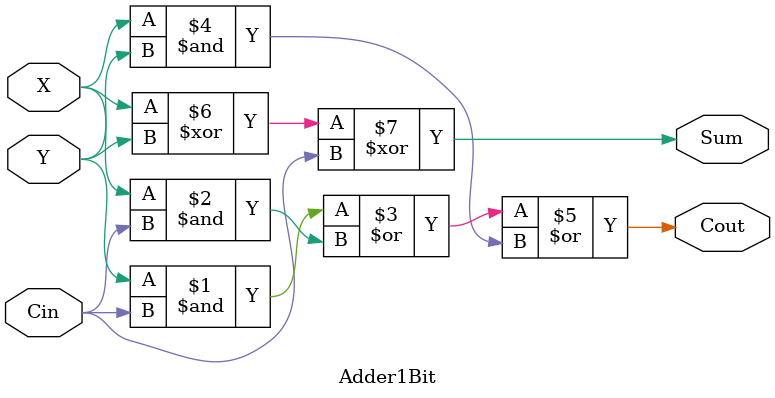
<source format=v>
module Adder1Bit(X, Y, Cin, Cout, Sum);
	input X, Y, Cin;
	output Cout, Sum;


	assign Cout = Y & Cin | X & Cin | X & Y;
	assign Sum = X ^ Y ^ Cin;
	/* 对于三个信号 xor就是当且仅当这三个信号中有奇数个1时，输出为1；
如果有偶数个1，则输出为0。  */
endmodule
	

</source>
